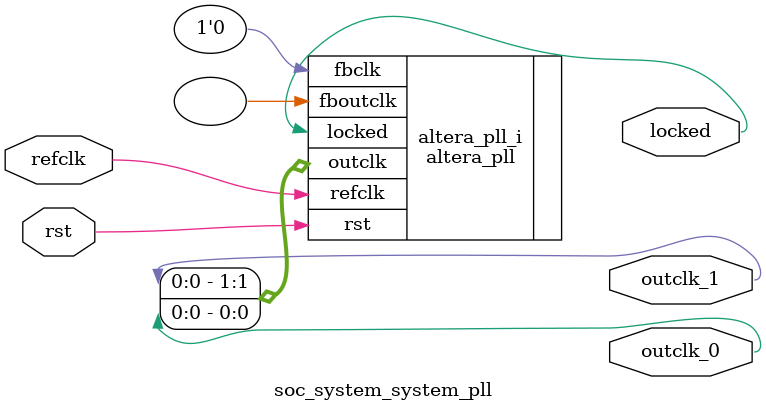
<source format=v>
`timescale 1ns/10ps
module  soc_system_system_pll(

	// interface 'refclk'
	input wire refclk,

	// interface 'reset'
	input wire rst,

	// interface 'outclk0'
	output wire outclk_0,

	// interface 'outclk1'
	output wire outclk_1,

	// interface 'locked'
	output wire locked
);

	altera_pll #(
		.fractional_vco_multiplier("false"),
		.reference_clock_frequency("50.0 MHz"),
		.operation_mode("direct"),
		.number_of_clocks(2),
		.output_clock_frequency0("125.000000 MHz"),
		.phase_shift0("0 ps"),
		.duty_cycle0(50),
		.output_clock_frequency1("25.000000 MHz"),
		.phase_shift1("0 ps"),
		.duty_cycle1(50),
		.output_clock_frequency2("0 MHz"),
		.phase_shift2("0 ps"),
		.duty_cycle2(50),
		.output_clock_frequency3("0 MHz"),
		.phase_shift3("0 ps"),
		.duty_cycle3(50),
		.output_clock_frequency4("0 MHz"),
		.phase_shift4("0 ps"),
		.duty_cycle4(50),
		.output_clock_frequency5("0 MHz"),
		.phase_shift5("0 ps"),
		.duty_cycle5(50),
		.output_clock_frequency6("0 MHz"),
		.phase_shift6("0 ps"),
		.duty_cycle6(50),
		.output_clock_frequency7("0 MHz"),
		.phase_shift7("0 ps"),
		.duty_cycle7(50),
		.output_clock_frequency8("0 MHz"),
		.phase_shift8("0 ps"),
		.duty_cycle8(50),
		.output_clock_frequency9("0 MHz"),
		.phase_shift9("0 ps"),
		.duty_cycle9(50),
		.output_clock_frequency10("0 MHz"),
		.phase_shift10("0 ps"),
		.duty_cycle10(50),
		.output_clock_frequency11("0 MHz"),
		.phase_shift11("0 ps"),
		.duty_cycle11(50),
		.output_clock_frequency12("0 MHz"),
		.phase_shift12("0 ps"),
		.duty_cycle12(50),
		.output_clock_frequency13("0 MHz"),
		.phase_shift13("0 ps"),
		.duty_cycle13(50),
		.output_clock_frequency14("0 MHz"),
		.phase_shift14("0 ps"),
		.duty_cycle14(50),
		.output_clock_frequency15("0 MHz"),
		.phase_shift15("0 ps"),
		.duty_cycle15(50),
		.output_clock_frequency16("0 MHz"),
		.phase_shift16("0 ps"),
		.duty_cycle16(50),
		.output_clock_frequency17("0 MHz"),
		.phase_shift17("0 ps"),
		.duty_cycle17(50),
		.pll_type("General"),
		.pll_subtype("General")
	) altera_pll_i (
		.rst	(rst),
		.outclk	({outclk_1, outclk_0}),
		.locked	(locked),
		.fboutclk	( ),
		.fbclk	(1'b0),
		.refclk	(refclk)
	);
endmodule


</source>
